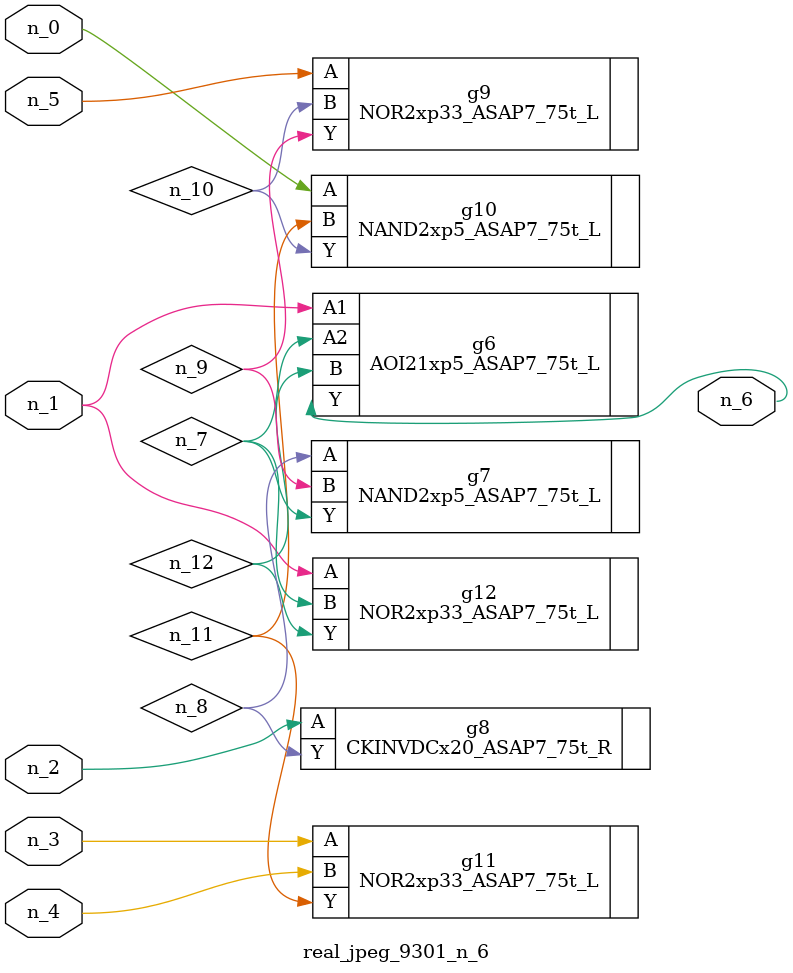
<source format=v>
module real_jpeg_9301_n_6 (n_5, n_4, n_0, n_1, n_2, n_3, n_6);

input n_5;
input n_4;
input n_0;
input n_1;
input n_2;
input n_3;

output n_6;

wire n_12;
wire n_8;
wire n_11;
wire n_7;
wire n_10;
wire n_9;

NAND2xp5_ASAP7_75t_L g10 ( 
.A(n_0),
.B(n_11),
.Y(n_10)
);

AOI21xp5_ASAP7_75t_L g6 ( 
.A1(n_1),
.A2(n_7),
.B(n_12),
.Y(n_6)
);

NOR2xp33_ASAP7_75t_L g12 ( 
.A(n_1),
.B(n_7),
.Y(n_12)
);

CKINVDCx20_ASAP7_75t_R g8 ( 
.A(n_2),
.Y(n_8)
);

NOR2xp33_ASAP7_75t_L g11 ( 
.A(n_3),
.B(n_4),
.Y(n_11)
);

NOR2xp33_ASAP7_75t_L g9 ( 
.A(n_5),
.B(n_10),
.Y(n_9)
);

NAND2xp5_ASAP7_75t_L g7 ( 
.A(n_8),
.B(n_9),
.Y(n_7)
);


endmodule
</source>
